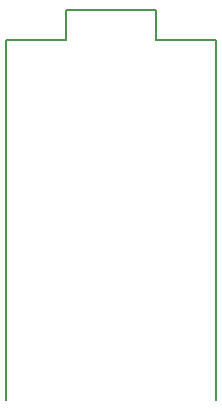
<source format=gbo>
G04 #@! TF.GenerationSoftware,KiCad,Pcbnew,(5.1.0)-1*
G04 #@! TF.CreationDate,2019-05-23T12:13:00+09:00*
G04 #@! TF.ProjectId,lasprema,6c617370-7265-46d6-912e-6b696361645f,rev?*
G04 #@! TF.SameCoordinates,Original*
G04 #@! TF.FileFunction,Legend,Bot*
G04 #@! TF.FilePolarity,Positive*
%FSLAX46Y46*%
G04 Gerber Fmt 4.6, Leading zero omitted, Abs format (unit mm)*
G04 Created by KiCad (PCBNEW (5.1.0)-1) date 2019-05-23 12:13:00*
%MOMM*%
%LPD*%
G04 APERTURE LIST*
%ADD10C,0.150000*%
G04 APERTURE END LIST*
D10*
X226797975Y-109207514D02*
X226797975Y-139687514D01*
X221717975Y-109207514D02*
X226797975Y-109207514D01*
X221717975Y-106667514D02*
X221717975Y-109207514D01*
X214097975Y-106667514D02*
X221717975Y-106667514D01*
X214097975Y-109207514D02*
X214097975Y-106667514D01*
X209017975Y-109207514D02*
X214097975Y-109207514D01*
X209017975Y-139687514D02*
X209017975Y-109207514D01*
M02*

</source>
